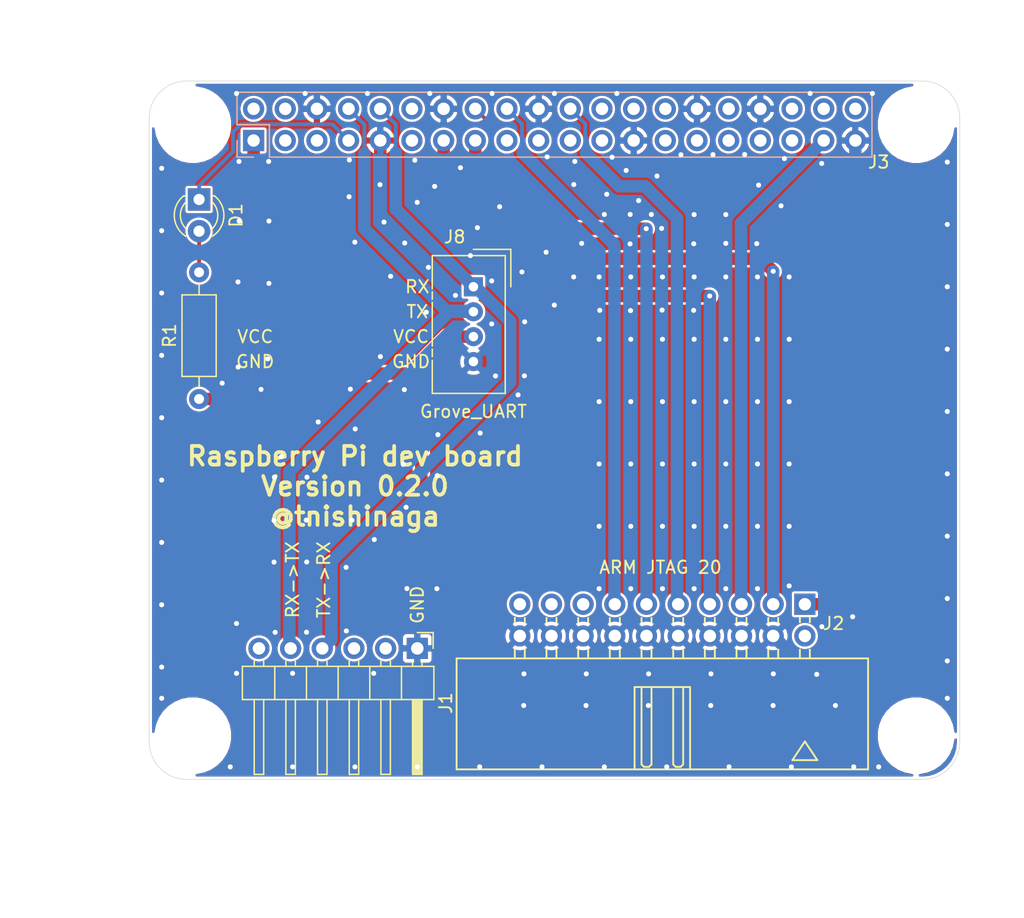
<source format=kicad_pcb>
(kicad_pcb (version 20171130) (host pcbnew "(5.1.8-0-10_14)")
  (layers (0 F.Cu signal) (31 B.Cu signal) (34 B.Paste user) (35 F.Paste user) (36 B.SilkS user) (37 F.SilkS user) (38 B.Mask user) (39 F.Mask user) (44 Edge.Cuts user))
  (net 0 "")
  (net 1 "Net-(D1-Pad2)")
  (net 2 LED_K)
  (net 3 "Net-(J1-Pad6)")
  (net 4 FTDI_RXD_RPI_TXD)
  (net 5 FTDI_TXD_RPI_RXD)
  (net 6 "Net-(J1-Pad3)")
  (net 7 "Net-(J1-Pad2)")
  (net 8 GND)
  (net 9 "Net-(J2-Pad19)")
  (net 10 "Net-(J2-Pad17)")
  (net 11 "Net-(J2-Pad15)")
  (net 12 JTAG_TDO)
  (net 13 JTAG_RTCK)
  (net 14 JTAG_TCK)
  (net 15 JTAG_TMS)
  (net 16 JTAG_TDI)
  (net 17 JTAG_TRST)
  (net 18 "Net-(J2-Pad2)")
  (net 19 VCC3.3)
  (net 20 "Net-(J3-Pad28)")
  (net 21 "Net-(J3-Pad27)")
  (net 22 "Net-(J3-Pad4)")
  (net 23 "Net-(J3-Pad2)")
  (net 24 "Net-(J3-Pad17)")
  (net 25 "Net-(J3-Pad36)")
  (net 26 "Net-(J3-Pad23)")
  (net 27 "Net-(J3-Pad21)")
  (net 28 "Net-(J3-Pad19)")
  (net 29 "Net-(J3-Pad12)")
  (net 30 "Net-(J3-Pad11)")
  (net 31 "Net-(J3-Pad40)")
  (net 32 "Net-(J3-Pad38)")
  (net 33 "Net-(J3-Pad35)")
  (net 34 "Net-(J3-Pad33)")
  (net 35 "Net-(J3-Pad32)")
  (net 36 "Net-(J3-Pad31)")
  (net 37 "Net-(J3-Pad29)")
  (net 38 "Net-(J3-Pad26)")
  (net 39 "Net-(J3-Pad24)")
  (net 40 "Net-(J3-Pad5)")
  (net 41 "Net-(J3-Pad3)")
  (module MountingHole:MountingHole_2.7mm_M2.5 (layer F.Cu) (at 33.5 82.5)
    (fp_text reference H4 hide)
    (fp_text value MountingHole)
    (pad "" np_thru_hole circle (at 0 0) (size 2.7 2.7) (drill 2.7) (layers *.Cu *.Mask) (clearance 1.725))
  )
  (module MountingHole:MountingHole_2.7mm_M2.5 (layer F.Cu) (at 91.5 82.5)
    (fp_text reference H3 hide)
    (fp_text value MountingHole)
    (pad "" np_thru_hole circle (at 0 0) (size 2.7 2.7) (drill 2.7) (layers *.Cu *.Mask) (clearance 1.725))
  )
  (module MountingHole:MountingHole_2.7mm_M2.5 (layer F.Cu) (at 91.5 33.5)
    (fp_text reference H2 hide)
    (fp_text value MountingHole)
    (pad "" np_thru_hole circle (at 0 0) (size 2.7 2.7) (drill 2.7) (layers *.Cu *.Mask) (clearance 1.725))
  )
  (module MountingHole:MountingHole_2.7mm_M2.5 (layer F.Cu) (at 33.5 33.5)
    (fp_text reference H1 hide)
    (fp_text value MountingHole)
    (pad "" np_thru_hole circle (at 0 0) (size 2.7 2.7) (drill 2.7) (layers *.Cu *.Mask) (clearance 1.725))
  )
  (module Resistor_THT:R_Axial_DIN0207_L6.3mm_D2.5mm_P10.16mm_Horizontal (layer F.Cu) (at 34 55.5 90)
    (fp_text reference R1 (at 5.08 -2.37 90) (layer F.SilkS))
    (fp_text value 1k)
    (fp_line (start 1.81 -1.37) (end 1.81 1.37) (layer F.SilkS) (width 0.12))
    (fp_line (start 1.81 1.37) (end 8.35 1.37) (layer F.SilkS) (width 0.12))
    (fp_line (start 8.35 1.37) (end 8.35 -1.37) (layer F.SilkS) (width 0.12))
    (fp_line (start 8.35 -1.37) (end 1.81 -1.37) (layer F.SilkS) (width 0.12))
    (fp_line (start 1.04 0) (end 1.81 0) (layer F.SilkS) (width 0.12))
    (fp_line (start 9.12 0) (end 8.35 0) (layer F.SilkS) (width 0.12))
    (pad 2 thru_hole oval (at 10.16 0 90) (size 1.6 1.6) (drill 0.8) (layers *.Cu *.Mask) (net 1 "Net-(D1-Pad2)"))
    (pad 1 thru_hole circle (at 0 0 90) (size 1.6 1.6) (drill 0.8) (layers *.Cu *.Mask) (net 19 VCC3.3))
  )
  (module Connector_PinHeader_2.54mm:PinHeader_1x06_P2.54mm_Horizontal (layer F.Cu) (at 51.5 75.5 270)
    (fp_text reference J1 (at 4.385 -2.27 90) (layer F.SilkS))
    (fp_text value Conn_01x06_Male)
    (fp_line (start 1.44 -1.33) (end 1.44 14.03) (layer F.SilkS) (width 0.12))
    (fp_line (start 1.44 14.03) (end 4.1 14.03) (layer F.SilkS) (width 0.12))
    (fp_line (start 4.1 14.03) (end 4.1 -1.33) (layer F.SilkS) (width 0.12))
    (fp_line (start 4.1 -1.33) (end 1.44 -1.33) (layer F.SilkS) (width 0.12))
    (fp_line (start 4.1 -0.38) (end 10.1 -0.38) (layer F.SilkS) (width 0.12))
    (fp_line (start 10.1 -0.38) (end 10.1 0.38) (layer F.SilkS) (width 0.12))
    (fp_line (start 10.1 0.38) (end 4.1 0.38) (layer F.SilkS) (width 0.12))
    (fp_line (start 4.1 -0.32) (end 10.1 -0.32) (layer F.SilkS) (width 0.12))
    (fp_line (start 4.1 -0.2) (end 10.1 -0.2) (layer F.SilkS) (width 0.12))
    (fp_line (start 4.1 -0.08) (end 10.1 -0.08) (layer F.SilkS) (width 0.12))
    (fp_line (start 4.1 0.04) (end 10.1 0.04) (layer F.SilkS) (width 0.12))
    (fp_line (start 4.1 0.16) (end 10.1 0.16) (layer F.SilkS) (width 0.12))
    (fp_line (start 4.1 0.28) (end 10.1 0.28) (layer F.SilkS) (width 0.12))
    (fp_line (start 1.11 -0.38) (end 1.44 -0.38) (layer F.SilkS) (width 0.12))
    (fp_line (start 1.11 0.38) (end 1.44 0.38) (layer F.SilkS) (width 0.12))
    (fp_line (start 1.44 1.27) (end 4.1 1.27) (layer F.SilkS) (width 0.12))
    (fp_line (start 4.1 2.16) (end 10.1 2.16) (layer F.SilkS) (width 0.12))
    (fp_line (start 10.1 2.16) (end 10.1 2.92) (layer F.SilkS) (width 0.12))
    (fp_line (start 10.1 2.92) (end 4.1 2.92) (layer F.SilkS) (width 0.12))
    (fp_line (start 1.042929 2.16) (end 1.44 2.16) (layer F.SilkS) (width 0.12))
    (fp_line (start 1.042929 2.92) (end 1.44 2.92) (layer F.SilkS) (width 0.12))
    (fp_line (start 1.44 3.81) (end 4.1 3.81) (layer F.SilkS) (width 0.12))
    (fp_line (start 4.1 4.7) (end 10.1 4.7) (layer F.SilkS) (width 0.12))
    (fp_line (start 10.1 4.7) (end 10.1 5.46) (layer F.SilkS) (width 0.12))
    (fp_line (start 10.1 5.46) (end 4.1 5.46) (layer F.SilkS) (width 0.12))
    (fp_line (start 1.042929 4.7) (end 1.44 4.7) (layer F.SilkS) (width 0.12))
    (fp_line (start 1.042929 5.46) (end 1.44 5.46) (layer F.SilkS) (width 0.12))
    (fp_line (start 1.44 6.35) (end 4.1 6.35) (layer F.SilkS) (width 0.12))
    (fp_line (start 4.1 7.24) (end 10.1 7.24) (layer F.SilkS) (width 0.12))
    (fp_line (start 10.1 7.24) (end 10.1 8) (layer F.SilkS) (width 0.12))
    (fp_line (start 10.1 8) (end 4.1 8) (layer F.SilkS) (width 0.12))
    (fp_line (start 1.042929 7.24) (end 1.44 7.24) (layer F.SilkS) (width 0.12))
    (fp_line (start 1.042929 8) (end 1.44 8) (layer F.SilkS) (width 0.12))
    (fp_line (start 1.44 8.89) (end 4.1 8.89) (layer F.SilkS) (width 0.12))
    (fp_line (start 4.1 9.78) (end 10.1 9.78) (layer F.SilkS) (width 0.12))
    (fp_line (start 10.1 9.78) (end 10.1 10.54) (layer F.SilkS) (width 0.12))
    (fp_line (start 10.1 10.54) (end 4.1 10.54) (layer F.SilkS) (width 0.12))
    (fp_line (start 1.042929 9.78) (end 1.44 9.78) (layer F.SilkS) (width 0.12))
    (fp_line (start 1.042929 10.54) (end 1.44 10.54) (layer F.SilkS) (width 0.12))
    (fp_line (start 1.44 11.43) (end 4.1 11.43) (layer F.SilkS) (width 0.12))
    (fp_line (start 4.1 12.32) (end 10.1 12.32) (layer F.SilkS) (width 0.12))
    (fp_line (start 10.1 12.32) (end 10.1 13.08) (layer F.SilkS) (width 0.12))
    (fp_line (start 10.1 13.08) (end 4.1 13.08) (layer F.SilkS) (width 0.12))
    (fp_line (start 1.042929 12.32) (end 1.44 12.32) (layer F.SilkS) (width 0.12))
    (fp_line (start 1.042929 13.08) (end 1.44 13.08) (layer F.SilkS) (width 0.12))
    (fp_line (start -1.27 0) (end -1.27 -1.27) (layer F.SilkS) (width 0.12))
    (fp_line (start -1.27 -1.27) (end 0 -1.27) (layer F.SilkS) (width 0.12))
    (pad 6 thru_hole oval (at 0 12.7 270) (size 1.7 1.7) (drill 1) (layers *.Cu *.Mask) (net 3 "Net-(J1-Pad6)"))
    (pad 5 thru_hole oval (at 0 10.16 270) (size 1.7 1.7) (drill 1) (layers *.Cu *.Mask) (net 4 FTDI_RXD_RPI_TXD))
    (pad 4 thru_hole oval (at 0 7.62 270) (size 1.7 1.7) (drill 1) (layers *.Cu *.Mask) (net 5 FTDI_TXD_RPI_RXD))
    (pad 3 thru_hole oval (at 0 5.08 270) (size 1.7 1.7) (drill 1) (layers *.Cu *.Mask) (net 6 "Net-(J1-Pad3)"))
    (pad 2 thru_hole oval (at 0 2.54 270) (size 1.7 1.7) (drill 1) (layers *.Cu *.Mask) (net 7 "Net-(J1-Pad2)"))
    (pad 1 thru_hole rect (at 0 0 270) (size 1.7 1.7) (drill 1) (layers *.Cu *.Mask) (net 8 GND))
  )
  (module Connector_PinSocket_2.54mm:PinSocket_2x20_P2.54mm_Vertical (layer B.Cu) (at 62.5 33.5 270)
    (fp_text reference J3 (at 3 -26 180) (layer F.SilkS))
    (fp_text value Raspberry_Pi_2_3)
    (fp_line (start -2.6 25.46) (end 0 25.46) (layer B.SilkS) (width 0.12))
    (fp_line (start -2.6 25.46) (end -2.6 -25.46) (layer B.SilkS) (width 0.12))
    (fp_line (start -2.6 -25.46) (end 2.6 -25.46) (layer B.SilkS) (width 0.12))
    (fp_line (start 2.6 22.86) (end 2.6 -25.46) (layer B.SilkS) (width 0.12))
    (fp_line (start 0 22.86) (end 2.6 22.86) (layer B.SilkS) (width 0.12))
    (fp_line (start 0 25.46) (end 0 22.86) (layer B.SilkS) (width 0.12))
    (fp_line (start 2.6 25.46) (end 2.6 24.13) (layer B.SilkS) (width 0.12))
    (fp_line (start 1.27 25.46) (end 2.6 25.46) (layer B.SilkS) (width 0.12))
    (pad 40 thru_hole oval (at -1.27 -24.13 270) (size 1.7 1.7) (drill 1) (layers *.Cu *.Mask) (net 31 "Net-(J3-Pad40)"))
    (pad 39 thru_hole oval (at 1.27 -24.13 270) (size 1.7 1.7) (drill 1) (layers *.Cu *.Mask) (net 8 GND))
    (pad 38 thru_hole oval (at -1.27 -21.59 270) (size 1.7 1.7) (drill 1) (layers *.Cu *.Mask) (net 32 "Net-(J3-Pad38)"))
    (pad 37 thru_hole oval (at 1.27 -21.59 270) (size 1.7 1.7) (drill 1) (layers *.Cu *.Mask) (net 16 JTAG_TDI))
    (pad 36 thru_hole oval (at -1.27 -19.05 270) (size 1.7 1.7) (drill 1) (layers *.Cu *.Mask) (net 25 "Net-(J3-Pad36)"))
    (pad 35 thru_hole oval (at 1.27 -19.05 270) (size 1.7 1.7) (drill 1) (layers *.Cu *.Mask) (net 33 "Net-(J3-Pad35)"))
    (pad 34 thru_hole oval (at -1.27 -16.51 270) (size 1.7 1.7) (drill 1) (layers *.Cu *.Mask) (net 8 GND))
    (pad 33 thru_hole oval (at 1.27 -16.51 270) (size 1.7 1.7) (drill 1) (layers *.Cu *.Mask) (net 34 "Net-(J3-Pad33)"))
    (pad 32 thru_hole oval (at -1.27 -13.97 270) (size 1.7 1.7) (drill 1) (layers *.Cu *.Mask) (net 35 "Net-(J3-Pad32)"))
    (pad 31 thru_hole oval (at 1.27 -13.97 270) (size 1.7 1.7) (drill 1) (layers *.Cu *.Mask) (net 36 "Net-(J3-Pad31)"))
    (pad 30 thru_hole oval (at -1.27 -11.43 270) (size 1.7 1.7) (drill 1) (layers *.Cu *.Mask) (net 8 GND))
    (pad 29 thru_hole oval (at 1.27 -11.43 270) (size 1.7 1.7) (drill 1) (layers *.Cu *.Mask) (net 37 "Net-(J3-Pad29)"))
    (pad 28 thru_hole oval (at -1.27 -8.89 270) (size 1.7 1.7) (drill 1) (layers *.Cu *.Mask) (net 20 "Net-(J3-Pad28)"))
    (pad 27 thru_hole oval (at 1.27 -8.89 270) (size 1.7 1.7) (drill 1) (layers *.Cu *.Mask) (net 21 "Net-(J3-Pad27)"))
    (pad 26 thru_hole oval (at -1.27 -6.35 270) (size 1.7 1.7) (drill 1) (layers *.Cu *.Mask) (net 38 "Net-(J3-Pad26)"))
    (pad 25 thru_hole oval (at 1.27 -6.35 270) (size 1.7 1.7) (drill 1) (layers *.Cu *.Mask) (net 8 GND))
    (pad 24 thru_hole oval (at -1.27 -3.81 270) (size 1.7 1.7) (drill 1) (layers *.Cu *.Mask) (net 39 "Net-(J3-Pad24)"))
    (pad 23 thru_hole oval (at 1.27 -3.81 270) (size 1.7 1.7) (drill 1) (layers *.Cu *.Mask) (net 26 "Net-(J3-Pad23)"))
    (pad 22 thru_hole oval (at -1.27 -1.27 270) (size 1.7 1.7) (drill 1) (layers *.Cu *.Mask) (net 14 JTAG_TCK))
    (pad 21 thru_hole oval (at 1.27 -1.27 270) (size 1.7 1.7) (drill 1) (layers *.Cu *.Mask) (net 27 "Net-(J3-Pad21)"))
    (pad 20 thru_hole oval (at -1.27 1.27 270) (size 1.7 1.7) (drill 1) (layers *.Cu *.Mask) (net 8 GND))
    (pad 19 thru_hole oval (at 1.27 1.27 270) (size 1.7 1.7) (drill 1) (layers *.Cu *.Mask) (net 28 "Net-(J3-Pad19)"))
    (pad 18 thru_hole oval (at -1.27 3.81 270) (size 1.7 1.7) (drill 1) (layers *.Cu *.Mask) (net 12 JTAG_TDO))
    (pad 17 thru_hole oval (at 1.27 3.81 270) (size 1.7 1.7) (drill 1) (layers *.Cu *.Mask) (net 24 "Net-(J3-Pad17)"))
    (pad 16 thru_hole oval (at -1.27 6.35 270) (size 1.7 1.7) (drill 1) (layers *.Cu *.Mask) (net 13 JTAG_RTCK))
    (pad 15 thru_hole oval (at 1.27 6.35 270) (size 1.7 1.7) (drill 1) (layers *.Cu *.Mask) (net 17 JTAG_TRST))
    (pad 14 thru_hole oval (at -1.27 8.89 270) (size 1.7 1.7) (drill 1) (layers *.Cu *.Mask) (net 8 GND))
    (pad 13 thru_hole oval (at 1.27 8.89 270) (size 1.7 1.7) (drill 1) (layers *.Cu *.Mask) (net 15 JTAG_TMS))
    (pad 12 thru_hole oval (at -1.27 11.43 270) (size 1.7 1.7) (drill 1) (layers *.Cu *.Mask) (net 29 "Net-(J3-Pad12)"))
    (pad 11 thru_hole oval (at 1.27 11.43 270) (size 1.7 1.7) (drill 1) (layers *.Cu *.Mask) (net 30 "Net-(J3-Pad11)"))
    (pad 10 thru_hole oval (at -1.27 13.97 270) (size 1.7 1.7) (drill 1) (layers *.Cu *.Mask) (net 5 FTDI_TXD_RPI_RXD))
    (pad 9 thru_hole oval (at 1.27 13.97 270) (size 1.7 1.7) (drill 1) (layers *.Cu *.Mask) (net 8 GND))
    (pad 8 thru_hole oval (at -1.27 16.51 270) (size 1.7 1.7) (drill 1) (layers *.Cu *.Mask) (net 4 FTDI_RXD_RPI_TXD))
    (pad 7 thru_hole oval (at 1.27 16.51 270) (size 1.7 1.7) (drill 1) (layers *.Cu *.Mask) (net 2 LED_K))
    (pad 6 thru_hole oval (at -1.27 19.05 270) (size 1.7 1.7) (drill 1) (layers *.Cu *.Mask) (net 8 GND))
    (pad 5 thru_hole oval (at 1.27 19.05 270) (size 1.7 1.7) (drill 1) (layers *.Cu *.Mask) (net 40 "Net-(J3-Pad5)"))
    (pad 4 thru_hole oval (at -1.27 21.59 270) (size 1.7 1.7) (drill 1) (layers *.Cu *.Mask) (net 22 "Net-(J3-Pad4)"))
    (pad 3 thru_hole oval (at 1.27 21.59 270) (size 1.7 1.7) (drill 1) (layers *.Cu *.Mask) (net 41 "Net-(J3-Pad3)"))
    (pad 2 thru_hole oval (at -1.27 24.13 270) (size 1.7 1.7) (drill 1) (layers *.Cu *.Mask) (net 23 "Net-(J3-Pad2)"))
    (pad 1 thru_hole rect (at 1.27 24.13 270) (size 1.7 1.7) (drill 1) (layers *.Cu *.Mask) (net 19 VCC3.3))
  )
  (module Connector:NS-Tech_Grove_1x04_P2mm_Vertical (layer F.Cu) (at 56 46.5)
    (fp_text reference J8 (at -1.5 -4) (layer F.SilkS))
    (fp_text value Grove_UART (at 0 10) (layer F.SilkS))
    (fp_line (start 3 -3) (end 3 0) (layer F.SilkS) (width 0.12))
    (fp_line (start 0 -3) (end 3 -3) (layer F.SilkS) (width 0.12))
    (fp_line (start -3.3 5) (end -3.3 5.6) (layer F.SilkS) (width 0.12))
    (fp_line (start -3.3 0.4) (end -3.3 1) (layer F.SilkS) (width 0.12))
    (fp_line (start 2.55 -2.5) (end 2.55 8.55) (layer F.SilkS) (width 0.12))
    (fp_line (start -3.3 -2.5) (end 2.55 -2.5) (layer F.SilkS) (width 0.12))
    (fp_line (start -3.3 1.25) (end -3.3 4.75) (layer F.SilkS) (width 0.12))
    (fp_line (start -3.3 8.55) (end 2.55 8.55) (layer F.SilkS) (width 0.12))
    (fp_line (start -3.3 -2.5) (end -3.3 0.15) (layer F.SilkS) (width 0.12))
    (fp_line (start -3.3 5.9) (end -3.3 8.55) (layer F.SilkS) (width 0.12))
    (pad 4 thru_hole circle (at 0 6) (size 1.524 1.524) (drill 0.762) (layers *.Cu *.Mask) (net 8 GND))
    (pad 3 thru_hole circle (at 0 4) (size 1.524 1.524) (drill 0.762) (layers *.Cu *.Mask) (net 19 VCC3.3))
    (pad 2 thru_hole circle (at 0 2) (size 1.524 1.524) (drill 0.762) (layers *.Cu *.Mask) (net 4 FTDI_RXD_RPI_TXD))
    (pad 1 thru_hole rect (at 0 0) (size 1.524 1.524) (drill 0.762) (layers *.Cu *.Mask) (net 5 FTDI_TXD_RPI_RXD))
  )
  (module Connector_Multicomp:Multicomp_MC9A22-2034_2x10_P2.54mm_Horizontal (layer F.Cu) (at 82.58 71.96 180)
    (fp_text reference J2 (at -2.3 -1.54) (layer F.SilkS))
    (fp_text value Conn_ARM_JTAG_SWD_20)
    (fp_line (start -5.07 -4.34) (end -5.07 -13.24) (layer F.SilkS) (width 0.15))
    (fp_line (start -5.07 -13.24) (end 27.93 -13.24) (layer F.SilkS) (width 0.15))
    (fp_line (start 27.93 -13.24) (end 27.93 -4.34) (layer F.SilkS) (width 0.15))
    (fp_line (start 27.93 -4.34) (end -5.07 -4.34) (layer F.SilkS) (width 0.15))
    (fp_line (start 9.205 -13.24) (end 9.205 -6.64) (layer F.SilkS) (width 0.15))
    (fp_line (start 9.205 -6.64) (end 13.655 -6.64) (layer F.SilkS) (width 0.15))
    (fp_line (start 13.655 -6.64) (end 13.655 -13.24) (layer F.SilkS) (width 0.15))
    (fp_line (start 9.76 -6.64) (end 9.76 -12.84) (layer F.SilkS) (width 0.15))
    (fp_line (start 9.76 -12.84) (end 9.96 -13.04) (layer F.SilkS) (width 0.15))
    (fp_line (start 9.96 -13.04) (end 10.36 -13.04) (layer F.SilkS) (width 0.15))
    (fp_line (start 10.36 -13.04) (end 10.56 -12.84) (layer F.SilkS) (width 0.15))
    (fp_line (start 10.56 -12.84) (end 10.56 -6.64) (layer F.SilkS) (width 0.15))
    (fp_line (start 12.3 -6.64) (end 12.3 -12.84) (layer F.SilkS) (width 0.15))
    (fp_line (start 12.3 -12.84) (end 12.5 -13.04) (layer F.SilkS) (width 0.15))
    (fp_line (start 12.5 -13.04) (end 12.9 -13.04) (layer F.SilkS) (width 0.15))
    (fp_line (start 12.9 -13.04) (end 13.1 -12.84) (layer F.SilkS) (width 0.15))
    (fp_line (start 13.1 -12.84) (end 13.1 -6.64) (layer F.SilkS) (width 0.15))
    (fp_line (start -1 -12.5) (end 1 -12.5) (layer F.SilkS) (width 0.15))
    (fp_line (start 1 -12.5) (end 0 -11) (layer F.SilkS) (width 0.15))
    (fp_line (start 0 -11) (end -1 -12.5) (layer F.SilkS) (width 0.15))
    (fp_line (start -0.4 -1.1) (end -0.4 -1.44) (layer F.SilkS) (width 0.15))
    (fp_line (start 0.4 -1.1) (end 0.4 -1.44) (layer F.SilkS) (width 0.15))
    (fp_line (start -0.4 -3.64) (end -0.4 -4.34) (layer F.SilkS) (width 0.15))
    (fp_line (start 0.4 -3.64) (end 0.4 -4.34) (layer F.SilkS) (width 0.15))
    (fp_line (start 2.14 -1.1) (end 2.14 -1.44) (layer F.SilkS) (width 0.15))
    (fp_line (start 2.94 -1.1) (end 2.94 -1.44) (layer F.SilkS) (width 0.15))
    (fp_line (start 2.14 -3.64) (end 2.14 -4.34) (layer F.SilkS) (width 0.15))
    (fp_line (start 2.94 -3.64) (end 2.94 -4.34) (layer F.SilkS) (width 0.15))
    (fp_line (start 4.68 -1.1) (end 4.68 -1.44) (layer F.SilkS) (width 0.15))
    (fp_line (start 5.48 -1.1) (end 5.48 -1.44) (layer F.SilkS) (width 0.15))
    (fp_line (start 4.68 -3.64) (end 4.68 -4.34) (layer F.SilkS) (width 0.15))
    (fp_line (start 5.48 -3.64) (end 5.48 -4.34) (layer F.SilkS) (width 0.15))
    (fp_line (start 7.22 -1.1) (end 7.22 -1.44) (layer F.SilkS) (width 0.15))
    (fp_line (start 8.02 -1.1) (end 8.02 -1.44) (layer F.SilkS) (width 0.15))
    (fp_line (start 7.22 -3.64) (end 7.22 -4.34) (layer F.SilkS) (width 0.15))
    (fp_line (start 8.02 -3.64) (end 8.02 -4.34) (layer F.SilkS) (width 0.15))
    (fp_line (start 9.76 -1.1) (end 9.76 -1.44) (layer F.SilkS) (width 0.15))
    (fp_line (start 10.56 -1.1) (end 10.56 -1.44) (layer F.SilkS) (width 0.15))
    (fp_line (start 9.76 -3.64) (end 9.76 -4.34) (layer F.SilkS) (width 0.15))
    (fp_line (start 10.56 -3.64) (end 10.56 -4.34) (layer F.SilkS) (width 0.15))
    (fp_line (start 12.3 -1.1) (end 12.3 -1.44) (layer F.SilkS) (width 0.15))
    (fp_line (start 13.1 -1.1) (end 13.1 -1.44) (layer F.SilkS) (width 0.15))
    (fp_line (start 12.3 -3.64) (end 12.3 -4.34) (layer F.SilkS) (width 0.15))
    (fp_line (start 13.1 -3.64) (end 13.1 -4.34) (layer F.SilkS) (width 0.15))
    (fp_line (start 14.84 -1.1) (end 14.84 -1.44) (layer F.SilkS) (width 0.15))
    (fp_line (start 15.64 -1.1) (end 15.64 -1.44) (layer F.SilkS) (width 0.15))
    (fp_line (start 14.84 -3.64) (end 14.84 -4.34) (layer F.SilkS) (width 0.15))
    (fp_line (start 15.64 -3.64) (end 15.64 -4.34) (layer F.SilkS) (width 0.15))
    (fp_line (start 17.38 -1.1) (end 17.38 -1.44) (layer F.SilkS) (width 0.15))
    (fp_line (start 18.18 -1.1) (end 18.18 -1.44) (layer F.SilkS) (width 0.15))
    (fp_line (start 17.38 -3.64) (end 17.38 -4.34) (layer F.SilkS) (width 0.15))
    (fp_line (start 18.18 -3.64) (end 18.18 -4.34) (layer F.SilkS) (width 0.15))
    (fp_line (start 19.92 -1.1) (end 19.92 -1.44) (layer F.SilkS) (width 0.15))
    (fp_line (start 20.72 -1.1) (end 20.72 -1.44) (layer F.SilkS) (width 0.15))
    (fp_line (start 19.92 -3.64) (end 19.92 -4.34) (layer F.SilkS) (width 0.15))
    (fp_line (start 20.72 -3.64) (end 20.72 -4.34) (layer F.SilkS) (width 0.15))
    (fp_line (start 22.46 -1.1) (end 22.46 -1.44) (layer F.SilkS) (width 0.15))
    (fp_line (start 23.26 -1.1) (end 23.26 -1.44) (layer F.SilkS) (width 0.15))
    (fp_line (start 22.46 -3.64) (end 22.46 -4.34) (layer F.SilkS) (width 0.15))
    (fp_line (start 23.26 -3.64) (end 23.26 -4.34) (layer F.SilkS) (width 0.15))
    (pad 20 thru_hole circle (at 22.86 -2.54 180) (size 1.7 1.7) (drill 1) (layers *.Cu *.Mask) (net 8 GND))
    (pad 19 thru_hole circle (at 22.86 0 180) (size 1.7 1.7) (drill 1) (layers *.Cu *.Mask) (net 9 "Net-(J2-Pad19)"))
    (pad 18 thru_hole circle (at 20.32 -2.54 180) (size 1.7 1.7) (drill 1) (layers *.Cu *.Mask) (net 8 GND))
    (pad 17 thru_hole circle (at 20.32 0 180) (size 1.7 1.7) (drill 1) (layers *.Cu *.Mask) (net 10 "Net-(J2-Pad17)"))
    (pad 16 thru_hole circle (at 17.78 -2.54 180) (size 1.7 1.7) (drill 1) (layers *.Cu *.Mask) (net 8 GND))
    (pad 15 thru_hole circle (at 17.78 0 180) (size 1.7 1.7) (drill 1) (layers *.Cu *.Mask) (net 11 "Net-(J2-Pad15)"))
    (pad 14 thru_hole circle (at 15.24 -2.54 180) (size 1.7 1.7) (drill 1) (layers *.Cu *.Mask) (net 8 GND))
    (pad 13 thru_hole circle (at 15.24 0 180) (size 1.7 1.7) (drill 1) (layers *.Cu *.Mask) (net 12 JTAG_TDO))
    (pad 12 thru_hole circle (at 12.7 -2.54 180) (size 1.7 1.7) (drill 1) (layers *.Cu *.Mask) (net 8 GND))
    (pad 11 thru_hole circle (at 12.7 0 180) (size 1.7 1.7) (drill 1) (layers *.Cu *.Mask) (net 13 JTAG_RTCK))
    (pad 10 thru_hole circle (at 10.16 -2.54 180) (size 1.7 1.7) (drill 1) (layers *.Cu *.Mask) (net 8 GND))
    (pad 9 thru_hole circle (at 10.16 0 180) (size 1.7 1.7) (drill 1) (layers *.Cu *.Mask) (net 14 JTAG_TCK))
    (pad 8 thru_hole circle (at 7.62 -2.54 180) (size 1.7 1.7) (drill 1) (layers *.Cu *.Mask) (net 8 GND))
    (pad 7 thru_hole circle (at 7.62 0 180) (size 1.7 1.7) (drill 1) (layers *.Cu *.Mask) (net 15 JTAG_TMS))
    (pad 6 thru_hole circle (at 5.08 -2.54 180) (size 1.7 1.7) (drill 1) (layers *.Cu *.Mask) (net 8 GND))
    (pad 5 thru_hole circle (at 5.08 0 180) (size 1.7 1.7) (drill 1) (layers *.Cu *.Mask) (net 16 JTAG_TDI))
    (pad 4 thru_hole circle (at 2.54 -2.54 180) (size 1.7 1.7) (drill 1) (layers *.Cu *.Mask) (net 8 GND))
    (pad 3 thru_hole circle (at 2.54 0 180) (size 1.7 1.7) (drill 1) (layers *.Cu *.Mask) (net 17 JTAG_TRST))
    (pad 2 thru_hole circle (at 0 -2.54 180) (size 1.7 1.7) (drill 1) (layers *.Cu *.Mask) (net 18 "Net-(J2-Pad2)"))
    (pad 1 thru_hole rect (at 0 0 180) (size 1.7 1.7) (drill 1) (layers *.Cu *.Mask) (net 19 VCC3.3))
  )
  (module LED_THT:LED_D3.0mm (layer F.Cu) (at 34 39.5 270)
    (fp_text reference D1 (at 1.27 -2.96 90) (layer F.SilkS))
    (fp_text value LED)
    (fp_line (start -0.29 -1.236) (end -0.29 -1.08) (layer F.SilkS) (width 0.12))
    (fp_line (start -0.29 1.08) (end -0.29 1.236) (layer F.SilkS) (width 0.12))
    (fp_arc (start 1.27 0) (end 0.229039 1.08) (angle -87.9) (layer F.SilkS) (width 0.12))
    (fp_arc (start 1.27 0) (end 0.229039 -1.08) (angle 87.9) (layer F.SilkS) (width 0.12))
    (fp_arc (start 1.27 0) (end -0.29 1.235516) (angle -108.8) (layer F.SilkS) (width 0.12))
    (fp_arc (start 1.27 0) (end -0.29 -1.235516) (angle 108.8) (layer F.SilkS) (width 0.12))
    (pad 2 thru_hole circle (at 2.54 0 270) (size 1.8 1.8) (drill 0.9) (layers *.Cu *.Mask) (net 1 "Net-(D1-Pad2)"))
    (pad 1 thru_hole rect (at 0 0 270) (size 1.8 1.8) (drill 0.9) (layers *.Cu *.Mask) (net 2 LED_K))
  )
  (gr_text "ARM JTAG 20" (at 71 69) (layer F.SilkS) (effects (font (size 1 1))))
  (gr_text RX->TX (at 41.5 70 90) (layer F.SilkS) (effects (font (size 1 1))))
  (gr_text TX->RX (at 44 70 90) (layer F.SilkS) (effects (font (size 1 1))))
  (gr_text GND (at 51.5 72 90) (layer F.SilkS) (effects (font (size 1 1))))
  (gr_text "Raspberry Pi dev board\nVersion 0.2.0\n@tnishinaga" (at 46.5 62.5) (layer F.SilkS) (effects (font (size 1.5 1.5) (thickness 0.3))))
  (gr_text GND (at 51 52.5) (layer F.SilkS) (effects (font (size 1 1))))
  (gr_text TX (at 51.5 48.5) (layer F.SilkS) (effects (font (size 1 1))))
  (gr_text RX (at 51.5 46.5) (layer F.SilkS) (effects (font (size 1 1))))
  (gr_text VCC (at 51 50.5) (layer F.SilkS) (effects (font (size 1 1))))
  (gr_text GND (at 38.5 52.5) (layer F.SilkS) (effects (font (size 1 1))))
  (gr_text VCC (at 38.5 50.5) (layer F.SilkS) (effects (font (size 1 1))))
  (gr_line (start 92 86) (end 33 86) (layer Edge.Cuts) (width 0.05))
  (gr_line (start 33 30) (end 92 30) (layer Edge.Cuts) (width 0.05))
  (gr_line (start 30 33) (end 30 83) (layer Edge.Cuts) (width 0.05))
  (gr_line (start 95 33) (end 95 83) (layer Edge.Cuts) (width 0.05))
  (gr_arc (start 92 83) (end 92 86) (angle -90) (layer Edge.Cuts) (width 0.05))
  (gr_arc (start 92 33) (end 95 33) (angle -90) (layer Edge.Cuts) (width 0.05))
  (gr_arc (start 33 83) (end 30 83) (angle -90) (layer Edge.Cuts) (width 0.05))
  (gr_arc (start 33 33) (end 33 30) (angle -90) (layer Edge.Cuts) (width 0.05))
  (segment (start 34 42.04) (end 34 45.34) (width 0.3) (layer F.Cu) (net 1))
  (segment (start 34 38.389998) (end 34 39.5) (width 0.3) (layer B.Cu) (net 2))
  (segment (start 36.725001 34.084997) (end 36.725001 35.664997) (width 0.3) (layer B.Cu) (net 2))
  (segment (start 36.725001 35.664997) (end 34 38.389998) (width 0.3) (layer B.Cu) (net 2))
  (segment (start 37.339998 33.47) (end 36.725001 34.084997) (width 0.3) (layer B.Cu) (net 2))
  (segment (start 44.69 33.47) (end 37.339998 33.47) (width 0.3) (layer B.Cu) (net 2))
  (segment (start 45.99 34.77) (end 44.69 33.47) (width 0.3) (layer B.Cu) (net 2))
  (segment (start 56 48.5) (end 56 48.49) (width 0.5) (layer F.Cu) (net 4))
  (segment (start 53.83 48.42) (end 47.25 41.84) (width 1) (layer B.Cu) (net 4))
  (segment (start 56 48.42) (end 53.83 48.42) (width 1) (layer B.Cu) (net 4))
  (segment (start 47.25 41.84) (end 47.25 35.82) (width 1) (layer B.Cu) (net 4))
  (segment (start 56 48.5) (end 56 48.42) (width 1) (layer B.Cu) (net 4))
  (segment (start 47.25 33.49) (end 47.25 35.82) (width 0.3) (layer B.Cu) (net 4))
  (segment (start 45.99 32.23) (end 47.25 33.49) (width 0.3) (layer B.Cu) (net 4))
  (segment (start 56 48.5) (end 54.37 48.5) (width 0.3) (layer B.Cu) (net 4))
  (segment (start 54.04 48.5) (end 41.24 61.3) (width 1) (layer B.Cu) (net 4))
  (segment (start 41.24 75.4) (end 41.34 75.5) (width 1) (layer B.Cu) (net 4))
  (segment (start 41.24 61.3) (end 41.24 75.4) (width 1) (layer B.Cu) (net 4))
  (segment (start 56 48.5) (end 54.04 48.5) (width 1) (layer B.Cu) (net 4))
  (segment (start 56 46.5) (end 49.77 40.27) (width 1) (layer B.Cu) (net 5))
  (segment (start 49.77 40.27) (end 49.77 35.764002) (width 1) (layer B.Cu) (net 5))
  (segment (start 49.77 33.47) (end 49.77 35.764002) (width 0.3) (layer B.Cu) (net 5))
  (segment (start 48.53 32.23) (end 49.77 33.47) (width 0.3) (layer B.Cu) (net 5))
  (segment (start 58.95 54.17) (end 58.95 49.286238) (width 1) (layer B.Cu) (net 5))
  (segment (start 56.163762 46.5) (end 56 46.5) (width 1) (layer B.Cu) (net 5))
  (segment (start 58.95 49.286238) (end 56.163762 46.5) (width 1) (layer B.Cu) (net 5))
  (segment (start 44.6 74.78) (end 44.6 68.52) (width 1) (layer B.Cu) (net 5))
  (segment (start 44.6 68.52) (end 58.95 54.17) (width 1) (layer B.Cu) (net 5))
  (segment (start 43.88 75.5) (end 44.6 74.78) (width 1) (layer B.Cu) (net 5))
  (via (at 80.94 36.22) (size 0.8) (drill 0.4) (layers F.Cu B.Cu) (net 8))
  (via (at 83.93 36.61) (size 0.8) (drill 0.4) (layers F.Cu B.Cu) (net 8))
  (via (at 31 52) (size 0.8) (drill 0.4) (layers F.Cu B.Cu) (net 8))
  (via (at 31 62) (size 0.8) (drill 0.4) (layers F.Cu B.Cu) (net 8))
  (via (at 31 57) (size 0.8) (drill 0.4) (layers F.Cu B.Cu) (net 8))
  (via (at 31 67) (size 0.8) (drill 0.4) (layers F.Cu B.Cu) (net 8))
  (via (at 31 77) (size 0.8) (drill 0.4) (layers F.Cu B.Cu) (net 8))
  (via (at 31 72) (size 0.8) (drill 0.4) (layers F.Cu B.Cu) (net 8))
  (via (at 41.5 85) (size 0.8) (drill 0.4) (layers F.Cu B.Cu) (net 8))
  (via (at 51.5 85) (size 0.8) (drill 0.4) (layers F.Cu B.Cu) (net 8))
  (via (at 46.5 85) (size 0.8) (drill 0.4) (layers F.Cu B.Cu) (net 8))
  (via (at 61.5 85) (size 0.8) (drill 0.4) (layers F.Cu B.Cu) (net 8))
  (via (at 66.5 85) (size 0.8) (drill 0.4) (layers F.Cu B.Cu) (net 8))
  (via (at 56.5 85) (size 0.8) (drill 0.4) (layers F.Cu B.Cu) (net 8))
  (via (at 76.5 85) (size 0.8) (drill 0.4) (layers F.Cu B.Cu) (net 8))
  (via (at 81.5 85) (size 0.8) (drill 0.4) (layers F.Cu B.Cu) (net 8))
  (via (at 86.5 85) (size 0.8) (drill 0.4) (layers F.Cu B.Cu) (net 8))
  (via (at 71.5 85) (size 0.8) (drill 0.4) (layers F.Cu B.Cu) (net 8))
  (via (at 94 41.5) (size 0.8) (drill 0.4) (layers F.Cu B.Cu) (net 8))
  (via (at 94 51.5) (size 0.8) (drill 0.4) (layers F.Cu B.Cu) (net 8))
  (via (at 94 46.5) (size 0.8) (drill 0.4) (layers F.Cu B.Cu) (net 8))
  (via (at 94 56.5) (size 0.8) (drill 0.4) (layers F.Cu B.Cu) (net 8))
  (via (at 94 66.5) (size 0.8) (drill 0.4) (layers F.Cu B.Cu) (net 8))
  (via (at 94 61.5) (size 0.8) (drill 0.4) (layers F.Cu B.Cu) (net 8))
  (via (at 94 76.5) (size 0.8) (drill 0.4) (layers F.Cu B.Cu) (net 8))
  (via (at 94 71.5) (size 0.8) (drill 0.4) (layers F.Cu B.Cu) (net 8))
  (via (at 42.5 31) (size 0.8) (drill 0.4) (layers F.Cu B.Cu) (net 8))
  (via (at 47.5 31) (size 0.8) (drill 0.4) (layers F.Cu B.Cu) (net 8))
  (via (at 52.5 31) (size 0.8) (drill 0.4) (layers F.Cu B.Cu) (net 8))
  (via (at 57.5 31) (size 0.8) (drill 0.4) (layers F.Cu B.Cu) (net 8))
  (via (at 62.5 31) (size 0.8) (drill 0.4) (layers F.Cu B.Cu) (net 8))
  (via (at 67.5 31) (size 0.8) (drill 0.4) (layers F.Cu B.Cu) (net 8))
  (via (at 83 31) (size 0.8) (drill 0.4) (layers F.Cu B.Cu) (net 8))
  (via (at 88 31) (size 0.8) (drill 0.4) (layers F.Cu B.Cu) (net 8))
  (via (at 37 31) (size 0.8) (drill 0.4) (layers F.Cu B.Cu) (net 8))
  (via (at 31 79.5) (size 0.8) (drill 0.4) (layers F.Cu B.Cu) (net 8))
  (via (at 36.5 85) (size 0.8) (drill 0.4) (layers F.Cu B.Cu) (net 8))
  (via (at 88.5 85) (size 0.8) (drill 0.4) (layers F.Cu B.Cu) (net 8))
  (via (at 94 79.5) (size 0.8) (drill 0.4) (layers F.Cu B.Cu) (net 8))
  (via (at 94 36.5) (size 0.8) (drill 0.4) (layers F.Cu B.Cu) (net 8))
  (via (at 31 37) (size 0.8) (drill 0.4) (layers F.Cu B.Cu) (net 8))
  (via (at 31 42) (size 0.8) (drill 0.4) (layers F.Cu B.Cu) (net 8))
  (via (at 31 47) (size 0.8) (drill 0.4) (layers F.Cu B.Cu) (net 8))
  (via (at 64.05 38.3) (size 0.8) (drill 0.4) (layers F.Cu B.Cu) (net 8))
  (via (at 41.5 77.5) (size 0.8) (drill 0.4) (layers F.Cu B.Cu) (net 8))
  (via (at 48 77.5) (size 0.8) (drill 0.4) (layers F.Cu B.Cu) (net 8))
  (via (at 37 77.5) (size 0.8) (drill 0.4) (layers F.Cu B.Cu) (net 8))
  (via (at 37 73.5) (size 0.8) (drill 0.4) (layers F.Cu B.Cu) (net 8))
  (via (at 42.62 74.2) (size 0.8) (drill 0.4) (layers F.Cu B.Cu) (net 8))
  (segment (start 44.103998 77.5) (end 48 77.5) (width 0.3) (layer B.Cu) (net 8))
  (segment (start 42.62 76.016002) (end 44.103998 77.5) (width 0.3) (layer B.Cu) (net 8))
  (segment (start 42.62 74.2) (end 42.62 76.016002) (width 0.3) (layer B.Cu) (net 8))
  (segment (start 81.590001 76.050001) (end 80.04 74.5) (width 1) (layer B.Cu) (net 8))
  (segment (start 83.324001 76.050001) (end 81.590001 76.050001) (width 1) (layer B.Cu) (net 8))
  (segment (start 86.63 72.744002) (end 86.412001 72.962001) (width 1) (layer B.Cu) (net 8))
  (segment (start 86.63 34.77) (end 86.63 72.744002) (width 1) (layer B.Cu) (net 8))
  (segment (start 56.797999 45.037999) (end 55.76 44) (width 1) (layer F.Cu) (net 8))
  (segment (start 56 52.5) (end 57.07763 52.5) (width 1) (layer F.Cu) (net 8))
  (segment (start 57.322001 45.037999) (end 56.797999 45.037999) (width 1) (layer F.Cu) (net 8))
  (segment (start 57.462001 45.177999) (end 57.322001 45.037999) (width 1) (layer F.Cu) (net 8))
  (segment (start 57.462001 52.115629) (end 57.462001 49.477999) (width 1) (layer F.Cu) (net 8))
  (segment (start 48.53 36.77) (end 48.53 34.77) (width 1) (layer F.Cu) (net 8))
  (segment (start 57.07763 52.5) (end 57.462001 52.115629) (width 1) (layer F.Cu) (net 8))
  (via (at 54.56 47.19) (size 0.8) (drill 0.4) (layers F.Cu B.Cu) (net 8))
  (via (at 52.39 44.94) (size 0.8) (drill 0.4) (layers F.Cu B.Cu) (net 8))
  (via (at 50.49 42.99) (size 0.8) (drill 0.4) (layers F.Cu B.Cu) (net 8))
  (via (at 48.83 41.31) (size 0.8) (drill 0.4) (layers F.Cu B.Cu) (net 8))
  (via (at 48.51 38.31) (size 0.8) (drill 0.4) (layers F.Cu B.Cu) (net 8))
  (segment (start 57.462001 49.477999) (end 57.462001 46.027999) (width 1) (layer F.Cu) (net 8))
  (via (at 57.462001 49.477999) (size 0.8) (drill 0.4) (layers F.Cu B.Cu) (net 8))
  (via (at 52.22 48.54) (size 0.8) (drill 0.4) (layers F.Cu B.Cu) (net 8))
  (via (at 48.54 52.1) (size 0.8) (drill 0.4) (layers F.Cu B.Cu) (net 8))
  (via (at 46.13 54.71) (size 0.8) (drill 0.4) (layers F.Cu B.Cu) (net 8))
  (via (at 50.46 54.75) (size 0.8) (drill 0.4) (layers F.Cu B.Cu) (net 8))
  (via (at 38.97 54.73) (size 0.8) (drill 0.4) (layers F.Cu B.Cu) (net 8))
  (via (at 39.51 52.28) (size 0.8) (drill 0.4) (layers F.Cu B.Cu) (net 8))
  (via (at 39.58 36.45) (size 0.8) (drill 0.4) (layers F.Cu B.Cu) (net 8))
  (via (at 39.6 41.23) (size 0.8) (drill 0.4) (layers F.Cu B.Cu) (net 8))
  (via (at 39.6 46.23) (size 0.8) (drill 0.4) (layers F.Cu B.Cu) (net 8))
  (via (at 42.65 61.77) (size 0.8) (drill 0.4) (layers F.Cu B.Cu) (net 8))
  (via (at 46.52 57.9) (size 0.8) (drill 0.4) (layers F.Cu B.Cu) (net 8))
  (via (at 53.15 58.36) (size 0.8) (drill 0.4) (layers F.Cu B.Cu) (net 8))
  (via (at 50.37 60.74) (size 0.8) (drill 0.4) (layers F.Cu B.Cu) (net 8))
  (via (at 57.77 53.65) (size 0.8) (drill 0.4) (layers F.Cu B.Cu) (net 8))
  (via (at 46.26 65.22) (size 0.8) (drill 0.4) (layers F.Cu B.Cu) (net 8))
  (via (at 42.63 68.57) (size 0.8) (drill 0.4) (layers F.Cu B.Cu) (net 8))
  (via (at 40.61 60.12) (size 0.8) (drill 0.4) (layers F.Cu B.Cu) (net 8))
  (via (at 43.55 57.34) (size 0.8) (drill 0.4) (layers F.Cu B.Cu) (net 8))
  (via (at 40.04 61.77) (size 0.8) (drill 0.4) (layers F.Cu B.Cu) (net 8))
  (via (at 40.01 65.24) (size 0.8) (drill 0.4) (layers F.Cu B.Cu) (net 8))
  (via (at 40.01 68.58) (size 0.8) (drill 0.4) (layers F.Cu B.Cu) (net 8))
  (via (at 40.1 74.21) (size 0.8) (drill 0.4) (layers F.Cu B.Cu) (net 8))
  (via (at 42.59 65.21) (size 0.8) (drill 0.4) (layers F.Cu B.Cu) (net 8))
  (via (at 45.79 69) (size 0.8) (drill 0.4) (layers F.Cu B.Cu) (net 8))
  (via (at 45.81 74.1) (size 0.8) (drill 0.4) (layers F.Cu B.Cu) (net 8))
  (via (at 48.05 66.77) (size 0.8) (drill 0.4) (layers F.Cu B.Cu) (net 8))
  (via (at 50.6 64.18) (size 0.8) (drill 0.4) (layers F.Cu B.Cu) (net 8))
  (via (at 53.1 61.64) (size 0.8) (drill 0.4) (layers F.Cu B.Cu) (net 8))
  (via (at 56.54 58.23) (size 0.8) (drill 0.4) (layers F.Cu B.Cu) (net 8))
  (via (at 59.58 55.17) (size 0.8) (drill 0.4) (layers F.Cu B.Cu) (net 8))
  (via (at 60.09 53.64) (size 0.8) (drill 0.4) (layers F.Cu B.Cu) (net 8))
  (via (at 60.11 49.31) (size 0.8) (drill 0.4) (layers F.Cu B.Cu) (net 8))
  (segment (start 57.462001 46.027999) (end 57.462001 45.177999) (width 1) (layer F.Cu) (net 8))
  (via (at 57.462001 46.027999) (size 0.8) (drill 0.4) (layers F.Cu B.Cu) (net 8))
  (segment (start 55.76 44) (end 51.49 39.73) (width 1) (layer F.Cu) (net 8))
  (via (at 55.76 44) (size 0.8) (drill 0.4) (layers F.Cu B.Cu) (net 8))
  (segment (start 51.49 39.73) (end 48.53 36.77) (width 1) (layer F.Cu) (net 8))
  (via (at 51.49 39.73) (size 0.8) (drill 0.4) (layers F.Cu B.Cu) (net 8))
  (via (at 51.3 36.35) (size 0.8) (drill 0.4) (layers F.Cu B.Cu) (net 8))
  (via (at 46.49 42.92) (size 0.8) (drill 0.4) (layers F.Cu B.Cu) (net 8))
  (via (at 49.36 45.66) (size 0.8) (drill 0.4) (layers F.Cu B.Cu) (net 8))
  (via (at 46.05 36.33) (size 0.8) (drill 0.4) (layers F.Cu B.Cu) (net 8))
  (via (at 46.03 39.28) (size 0.8) (drill 0.4) (layers F.Cu B.Cu) (net 8))
  (via (at 66.08 70.71) (size 0.8) (drill 0.4) (layers F.Cu B.Cu) (net 8))
  (via (at 68.62 70.71) (size 0.8) (drill 0.4) (layers F.Cu B.Cu) (net 8))
  (via (at 71.16 70.71) (size 0.8) (drill 0.4) (layers F.Cu B.Cu) (net 8))
  (via (at 73.7 70.71) (size 0.8) (drill 0.4) (layers F.Cu B.Cu) (net 8))
  (via (at 76.24 70.71) (size 0.8) (drill 0.4) (layers F.Cu B.Cu) (net 8))
  (via (at 78.78 70.71) (size 0.8) (drill 0.4) (layers F.Cu B.Cu) (net 8))
  (via (at 81.32 70.49) (size 0.8) (drill 0.4) (layers F.Cu B.Cu) (net 8))
  (via (at 66.08 65.71) (size 0.8) (drill 0.4) (layers F.Cu B.Cu) (net 8))
  (via (at 68.62 65.71) (size 0.8) (drill 0.4) (layers F.Cu B.Cu) (net 8))
  (via (at 71.16 65.71) (size 0.8) (drill 0.4) (layers F.Cu B.Cu) (net 8))
  (via (at 73.7 65.71) (size 0.8) (drill 0.4) (layers F.Cu B.Cu) (net 8))
  (via (at 76.24 65.71) (size 0.8) (drill 0.4) (layers F.Cu B.Cu) (net 8))
  (via (at 78.78 65.71) (size 0.8) (drill 0.4) (layers F.Cu B.Cu) (net 8))
  (via (at 81.32 65.71) (size 0.8) (drill 0.4) (layers F.Cu B.Cu) (net 8))
  (via (at 66.08 60.71) (size 0.8) (drill 0.4) (layers F.Cu B.Cu) (net 8))
  (via (at 68.62 60.71) (size 0.8) (drill 0.4) (layers F.Cu B.Cu) (net 8))
  (via (at 71.16 60.71) (size 0.8) (drill 0.4) (layers F.Cu B.Cu) (net 8))
  (via (at 73.7 60.71) (size 0.8) (drill 0.4) (layers F.Cu B.Cu) (net 8))
  (via (at 76.24 60.71) (size 0.8) (drill 0.4) (layers F.Cu B.Cu) (net 8))
  (via (at 78.78 60.71) (size 0.8) (drill 0.4) (layers F.Cu B.Cu) (net 8))
  (via (at 81.32 60.71) (size 0.8) (drill 0.4) (layers F.Cu B.Cu) (net 8))
  (via (at 66.08 55.71) (size 0.8) (drill 0.4) (layers F.Cu B.Cu) (net 8))
  (via (at 68.62 55.71) (size 0.8) (drill 0.4) (layers F.Cu B.Cu) (net 8))
  (via (at 71.16 55.71) (size 0.8) (drill 0.4) (layers F.Cu B.Cu) (net 8))
  (via (at 73.7 55.71) (size 0.8) (drill 0.4) (layers F.Cu B.Cu) (net 8))
  (via (at 76.24 55.71) (size 0.8) (drill 0.4) (layers F.Cu B.Cu) (net 8))
  (via (at 78.78 55.71) (size 0.8) (drill 0.4) (layers F.Cu B.Cu) (net 8))
  (via (at 81.32 55.71) (size 0.8) (drill 0.4) (layers F.Cu B.Cu) (net 8))
  (via (at 66.08 50.71) (size 0.8) (drill 0.4) (layers F.Cu B.Cu) (net 8))
  (via (at 68.62 50.71) (size 0.8) (drill 0.4) (layers F.Cu B.Cu) (net 8))
  (via (at 71.16 50.71) (size 0.8) (drill 0.4) (layers F.Cu B.Cu) (net 8))
  (via (at 73.7 50.71) (size 0.8) (drill 0.4) (layers F.Cu B.Cu) (net 8))
  (via (at 76.24 50.71) (size 0.8) (drill 0.4) (layers F.Cu B.Cu) (net 8))
  (via (at 78.78 50.71) (size 0.8) (drill 0.4) (layers F.Cu B.Cu) (net 8))
  (via (at 81.32 50.71) (size 0.8) (drill 0.4) (layers F.Cu B.Cu) (net 8))
  (via (at 66.08 45.71) (size 0.8) (drill 0.4) (layers F.Cu B.Cu) (net 8))
  (via (at 68.62 45.71) (size 0.8) (drill 0.4) (layers F.Cu B.Cu) (net 8))
  (via (at 71.16 45.71) (size 0.8) (drill 0.4) (layers F.Cu B.Cu) (net 8))
  (via (at 73.7 45.71) (size 0.8) (drill 0.4) (layers F.Cu B.Cu) (net 8))
  (via (at 76.24 45.71) (size 0.8) (drill 0.4) (layers F.Cu B.Cu) (net 8))
  (via (at 78.78 45.71) (size 0.8) (drill 0.4) (layers F.Cu B.Cu) (net 8))
  (via (at 81.32 45.71) (size 0.8) (drill 0.4) (layers F.Cu B.Cu) (net 8))
  (via (at 66.5 40.7) (size 0.8) (drill 0.4) (layers F.Cu B.Cu) (net 8))
  (via (at 68.57 40.7) (size 0.8) (drill 0.4) (layers F.Cu B.Cu) (net 8))
  (via (at 70.27 40.7) (size 0.8) (drill 0.4) (layers F.Cu B.Cu) (net 8))
  (via (at 73.7 40.71) (size 0.8) (drill 0.4) (layers F.Cu B.Cu) (net 8))
  (via (at 76.24 40.71) (size 0.8) (drill 0.4) (layers F.Cu B.Cu) (net 8))
  (via (at 80.67 40.01) (size 0.8) (drill 0.4) (layers F.Cu B.Cu) (net 8))
  (via (at 71.09 41.82) (size 0.8) (drill 0.4) (layers F.Cu B.Cu) (net 8))
  (via (at 68.56 43.06) (size 0.8) (drill 0.4) (layers F.Cu B.Cu) (net 8))
  (via (at 64.68 43.02) (size 0.8) (drill 0.4) (layers F.Cu B.Cu) (net 8))
  (via (at 73.67 43.05) (size 0.8) (drill 0.4) (layers F.Cu B.Cu) (net 8))
  (via (at 76.24 43.02) (size 0.8) (drill 0.4) (layers F.Cu B.Cu) (net 8))
  (via (at 78.72 43.04) (size 0.8) (drill 0.4) (layers F.Cu B.Cu) (net 8))
  (via (at 64.04 45.71) (size 0.8) (drill 0.4) (layers F.Cu B.Cu) (net 8))
  (via (at 54.96 36.95) (size 0.8) (drill 0.4) (layers F.Cu B.Cu) (net 8))
  (via (at 58.1 40.08) (size 0.8) (drill 0.4) (layers F.Cu B.Cu) (net 8))
  (via (at 61.83 43.73) (size 0.8) (drill 0.4) (layers F.Cu B.Cu) (net 8))
  (via (at 52.89 38.45) (size 0.8) (drill 0.4) (layers F.Cu B.Cu) (net 8))
  (via (at 59.89 45.31) (size 0.8) (drill 0.4) (layers F.Cu B.Cu) (net 8))
  (via (at 62.49 47.97) (size 0.8) (drill 0.4) (layers F.Cu B.Cu) (net 8))
  (via (at 66.13 48.39) (size 0.8) (drill 0.4) (layers F.Cu B.Cu) (net 8))
  (via (at 68.6 48.41) (size 0.8) (drill 0.4) (layers F.Cu B.Cu) (net 8))
  (via (at 71.13 48.37) (size 0.8) (drill 0.4) (layers F.Cu B.Cu) (net 8))
  (via (at 73.66 48.39) (size 0.8) (drill 0.4) (layers F.Cu B.Cu) (net 8))
  (via (at 78.87 38.35) (size 0.8) (drill 0.4) (layers F.Cu B.Cu) (net 8))
  (via (at 67.12 36.11) (size 0.8) (drill 0.4) (layers F.Cu B.Cu) (net 8))
  (via (at 68.25 37.17) (size 0.8) (drill 0.4) (layers F.Cu B.Cu) (net 8))
  (via (at 70.72 37.62) (size 0.8) (drill 0.4) (layers F.Cu B.Cu) (net 8))
  (via (at 72.64 35.91) (size 0.8) (drill 0.4) (layers F.Cu B.Cu) (net 8))
  (via (at 75.21 35.9) (size 0.8) (drill 0.4) (layers F.Cu B.Cu) (net 8))
  (via (at 77.75 35.89) (size 0.8) (drill 0.4) (layers F.Cu B.Cu) (net 8))
  (via (at 69.25 39.59) (size 0.8) (drill 0.4) (layers F.Cu B.Cu) (net 8))
  (via (at 66.69 39.08) (size 0.8) (drill 0.4) (layers F.Cu B.Cu) (net 8))
  (via (at 64.13 36.45) (size 0.8) (drill 0.4) (layers F.Cu B.Cu) (net 8))
  (via (at 61.91 36.08) (size 0.8) (drill 0.4) (layers F.Cu B.Cu) (net 8))
  (via (at 37.13 52.94) (size 0.8) (drill 0.4) (layers F.Cu B.Cu) (net 8))
  (via (at 35.85 54.23) (size 0.8) (drill 0.4) (layers F.Cu B.Cu) (net 8))
  (via (at 37.12 46.11) (size 0.8) (drill 0.4) (layers F.Cu B.Cu) (net 8))
  (via (at 37.2 36.45) (size 0.8) (drill 0.4) (layers F.Cu B.Cu) (net 8))
  (via (at 37.21 41.23) (size 0.8) (drill 0.4) (layers F.Cu B.Cu) (net 8))
  (via (at 60.05 77.54) (size 0.8) (drill 0.4) (layers F.Cu B.Cu) (net 8))
  (via (at 83.53 77.58) (size 0.8) (drill 0.4) (layers F.Cu B.Cu) (net 8))
  (via (at 65.05 77.54) (size 0.8) (drill 0.4) (layers F.Cu B.Cu) (net 8))
  (via (at 70.05 77.54) (size 0.8) (drill 0.4) (layers F.Cu B.Cu) (net 8))
  (via (at 75.05 77.54) (size 0.8) (drill 0.4) (layers F.Cu B.Cu) (net 8))
  (via (at 80.05 77.54) (size 0.8) (drill 0.4) (layers F.Cu B.Cu) (net 8))
  (via (at 60.03 80.08) (size 0.8) (drill 0.4) (layers F.Cu B.Cu) (net 8))
  (via (at 65.03 80.08) (size 0.8) (drill 0.4) (layers F.Cu B.Cu) (net 8))
  (via (at 70.03 80.08) (size 0.8) (drill 0.4) (layers F.Cu B.Cu) (net 8))
  (via (at 75.03 80.08) (size 0.8) (drill 0.4) (layers F.Cu B.Cu) (net 8))
  (via (at 80.03 80.08) (size 0.8) (drill 0.4) (layers F.Cu B.Cu) (net 8))
  (via (at 85.03 80.08) (size 0.8) (drill 0.4) (layers F.Cu B.Cu) (net 8))
  (via (at 83.94 73.76) (size 0.8) (drill 0.4) (layers F.Cu B.Cu) (net 8))
  (segment (start 86.412001 72.962001) (end 83.324001 76.050001) (width 1) (layer B.Cu) (net 8))
  (via (at 86.412001 72.962001) (size 0.8) (drill 0.4) (layers F.Cu B.Cu) (net 8))
  (via (at 53.07 70.71) (size 0.8) (drill 0.4) (layers F.Cu B.Cu) (net 8))
  (via (at 50.67 70.7) (size 0.8) (drill 0.4) (layers F.Cu B.Cu) (net 8))
  (via (at 56.32 41.76) (size 0.8) (drill 0.4) (layers F.Cu B.Cu) (net 8))
  (segment (start 59.964002 35.794002) (end 59.96 35.794002) (width 1) (layer B.Cu) (net 12))
  (segment (start 59.890001 35.720001) (end 59.964002 35.794002) (width 0.3) (layer B.Cu) (net 12))
  (segment (start 59.890001 33.430001) (end 59.890001 35.720001) (width 0.3) (layer B.Cu) (net 12))
  (segment (start 58.69 32.23) (end 59.890001 33.430001) (width 0.3) (layer B.Cu) (net 12))
  (segment (start 67.31 71.93) (end 67.31 43.14) (width 1) (layer B.Cu) (net 12))
  (segment (start 67.31 43.14) (end 59.964002 35.794002) (width 1) (layer B.Cu) (net 12))
  (segment (start 67.34 71.96) (end 67.31 71.93) (width 1) (layer B.Cu) (net 12))
  (segment (start 57.39 33.47) (end 57.39 35.764002) (width 0.3) (layer F.Cu) (net 13))
  (segment (start 56.15 32.23) (end 57.39 33.47) (width 0.3) (layer F.Cu) (net 13))
  (via (at 69.86 41.84) (size 0.8) (drill 0.4) (layers F.Cu B.Cu) (net 13))
  (segment (start 57.39 35.764002) (end 63.465998 41.84) (width 1) (layer F.Cu) (net 13))
  (segment (start 69.88 71.96) (end 69.88 41.86) (width 1) (layer B.Cu) (net 13))
  (segment (start 69.88 41.86) (end 69.86 41.84) (width 1) (layer B.Cu) (net 13))
  (segment (start 63.465998 41.84) (end 69.294315 41.84) (width 1) (layer F.Cu) (net 13))
  (segment (start 69.294315 41.84) (end 69.86 41.84) (width 1) (layer F.Cu) (net 13))
  (segment (start 64.970001 35.724003) (end 65.04 35.794002) (width 0.3) (layer B.Cu) (net 14))
  (segment (start 64.970001 33.430001) (end 64.970001 35.724003) (width 0.3) (layer B.Cu) (net 14))
  (segment (start 63.77 32.23) (end 64.970001 33.430001) (width 0.3) (layer B.Cu) (net 14))
  (segment (start 65.565999 36.320001) (end 65.04 35.794002) (width 1) (layer B.Cu) (net 14))
  (segment (start 69.76 38.44) (end 67.69 38.44) (width 1) (layer B.Cu) (net 14))
  (segment (start 65.570001 36.320001) (end 65.565999 36.320001) (width 1) (layer B.Cu) (net 14))
  (segment (start 72.32 41) (end 69.76 38.44) (width 1) (layer B.Cu) (net 14))
  (segment (start 72.32 71.86) (end 72.32 41) (width 1) (layer B.Cu) (net 14))
  (segment (start 67.69 38.44) (end 65.570001 36.320001) (width 1) (layer B.Cu) (net 14))
  (segment (start 72.42 71.96) (end 72.32 71.86) (width 1) (layer B.Cu) (net 14))
  (segment (start 74.96 71.96) (end 74.96 47.250002) (width 1) (layer B.Cu) (net 15))
  (via (at 74.949998 47.24) (size 0.8) (drill 0.4) (layers F.Cu B.Cu) (net 15))
  (segment (start 63.42 47.24) (end 74.949998 47.24) (width 1) (layer F.Cu) (net 15))
  (segment (start 74.96 47.250002) (end 74.949998 47.24) (width 1) (layer B.Cu) (net 15))
  (segment (start 53.61 34.77) (end 53.61 37.43) (width 1) (layer F.Cu) (net 15))
  (segment (start 53.61 37.43) (end 63.42 47.24) (width 1) (layer F.Cu) (net 15))
  (segment (start 77.46 41.4) (end 84.09 34.77) (width 1) (layer B.Cu) (net 16))
  (segment (start 77.46 71.92) (end 77.46 41.4) (width 1) (layer B.Cu) (net 16))
  (segment (start 77.5 71.96) (end 77.46 71.92) (width 1) (layer B.Cu) (net 16))
  (via (at 80.039998 45.26) (size 0.8) (drill 0.4) (layers F.Cu B.Cu) (net 17))
  (segment (start 80.04 71.96) (end 80.04 45.260002) (width 1) (layer B.Cu) (net 17))
  (segment (start 80.04 45.260002) (end 80.039998 45.26) (width 1) (layer B.Cu) (net 17))
  (segment (start 56.15 36.221072) (end 64.178928 44.25) (width 1) (layer F.Cu) (net 17))
  (segment (start 79.029998 44.25) (end 80.039998 45.26) (width 1) (layer F.Cu) (net 17))
  (segment (start 64.178928 44.25) (end 79.029998 44.25) (width 1) (layer F.Cu) (net 17))
  (segment (start 56.15 34.77) (end 56.15 36.221072) (width 1) (layer F.Cu) (net 17))
  (segment (start 38.37 34.77) (end 38.37 53.46) (width 1) (layer F.Cu) (net 19))
  (segment (start 36.33 55.5) (end 34 55.5) (width 1) (layer F.Cu) (net 19))
  (segment (start 38.37 53.46) (end 36.33 55.5) (width 1) (layer F.Cu) (net 19))
  (segment (start 83.84 71.96) (end 82.58 71.96) (width 1) (layer F.Cu) (net 19))
  (segment (start 85.38 77.68) (end 85.38 73.5) (width 1) (layer F.Cu) (net 19))
  (segment (start 50.99 53.46) (end 51.82 54.29) (width 1) (layer F.Cu) (net 19))
  (segment (start 84.2 78.86) (end 85.38 77.68) (width 1) (layer F.Cu) (net 19))
  (segment (start 51.82 71.22) (end 59.46 78.86) (width 1) (layer F.Cu) (net 19))
  (segment (start 51.82 54.29) (end 51.82 71.22) (width 1) (layer F.Cu) (net 19))
  (segment (start 85.38 73.5) (end 83.84 71.96) (width 1) (layer F.Cu) (net 19))
  (segment (start 59.46 78.86) (end 84.2 78.86) (width 1) (layer F.Cu) (net 19))
  (segment (start 39.85 53.46) (end 50.96 53.46) (width 1) (layer F.Cu) (net 19))
  (segment (start 50.96 53.46) (end 53.92 50.5) (width 1) (layer F.Cu) (net 19))
  (segment (start 38.37 53.46) (end 39.85 53.46) (width 1) (layer F.Cu) (net 19))
  (segment (start 53.92 50.5) (end 56 50.5) (width 1) (layer F.Cu) (net 19))
  (zone (net 8) (net_name GND) (layer B.Cu) (connect_pads (clearance 0.2)) (min_thickness 0.2) (fill yes (arc_segments 32) (thermal_gap 0.3) (thermal_bridge_width 0.5))
    (polygon (pts (xy 30 30) (xy 30 86) (xy 95 86) (xy 95 30)))
  )
  (zone (net 8) (net_name GND) (layer F.Cu) (connect_pads (clearance 0.2)) (min_thickness 0.2) (fill yes (arc_segments 32) (thermal_gap 0.3) (thermal_bridge_width 0.5))
    (polygon (pts (xy 30 30) (xy 30 86) (xy 95 86) (xy 95 30)))
  )
  (zone (net 13) (net_name JTAG_RTCK) (layer F.Cu) (priority 1) (connect_pads (clearance 0.2)) (min_thickness 0.2) (fill yes (arc_segments 32) (thermal_gap 0.3) (thermal_bridge_width 0.5))
    (polygon (pts (xy 58.03 35.87) (xy 56.9 35.87) (xy 57.38 33.93)))
  )
  (zone (net 12) (net_name JTAG_TDO) (layer B.Cu) (priority 1) (connect_pads (clearance 0.2)) (min_thickness 0.2) (fill yes (arc_segments 32) (thermal_gap 0.3) (thermal_bridge_width 0.5))
    (polygon (pts (xy 60.56 35.87) (xy 59.43 35.87) (xy 59.91 33.93)))
  )
  (zone (net 14) (net_name JTAG_TCK) (layer B.Cu) (priority 1) (connect_pads (clearance 0.2)) (min_thickness 0.2) (fill yes (arc_segments 32) (thermal_gap 0.3) (thermal_bridge_width 0.5))
    (polygon (pts (xy 65.638633 35.891778) (xy 64.508633 35.891778) (xy 64.988633 33.951778)))
  )
)
</source>
